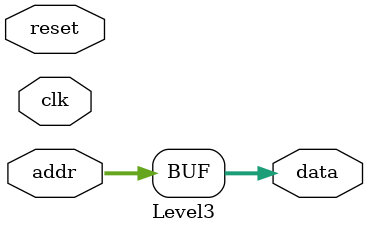
<source format=v>
module Top(
    input clk,
    input reset,
    input [15:0] addr,
    output [15:0] data
);
    wire _level1__clk;
    wire _level1__reset;
    wire [15:0] _level1__addr;
    wire [15:0] _level1__data;
    Level1 level1 (
        .clk(_level1__clk),
        .reset(_level1__reset),
        .addr(_level1__addr),
        .data(_level1__data)
    );
    assign data = _level1__data;
    assign _level1__addr = addr;
    assign _level1__clk = clk;
    assign _level1__reset = reset;
endmodule //Top
module Level1(
    input clk,
    input reset,
    input [15:0] addr,
    output [15:0] data
);
    wire _level2__clk;
    wire _level2__reset;
    wire [15:0] _level2__addr;
    wire [15:0] _level2__data;
    Level2 level2 (
        .clk(_level2__clk),
        .reset(_level2__reset),
        .addr(_level2__addr),
        .data(_level2__data)
    );
    assign data = _level2__data;
    assign _level2__addr = addr;
    assign _level2__clk = clk;
    assign _level2__reset = reset;
endmodule //Level1
module Level2(
    input clk,
    input reset,
    input [15:0] addr,
    output [15:0] data
);
    wire _memory__clk;
    wire _memory__reset;
    wire [15:0] _memory__addr;
    wire [15:0] _memory__data;
    Level3 memory (
        .clk(_memory__clk),
        .reset(_memory__reset),
        .addr(_memory__addr),
        .data(_memory__data)
    );
    assign data = _memory__data;
    assign _memory__addr = addr;
    assign _memory__clk = clk;
    assign _memory__reset = reset;
endmodule //Level2
module Level3(
    input clk,
    input reset,
    input [15:0] addr,
    output [15:0] data
);
    assign data = addr;
endmodule //Level3

</source>
